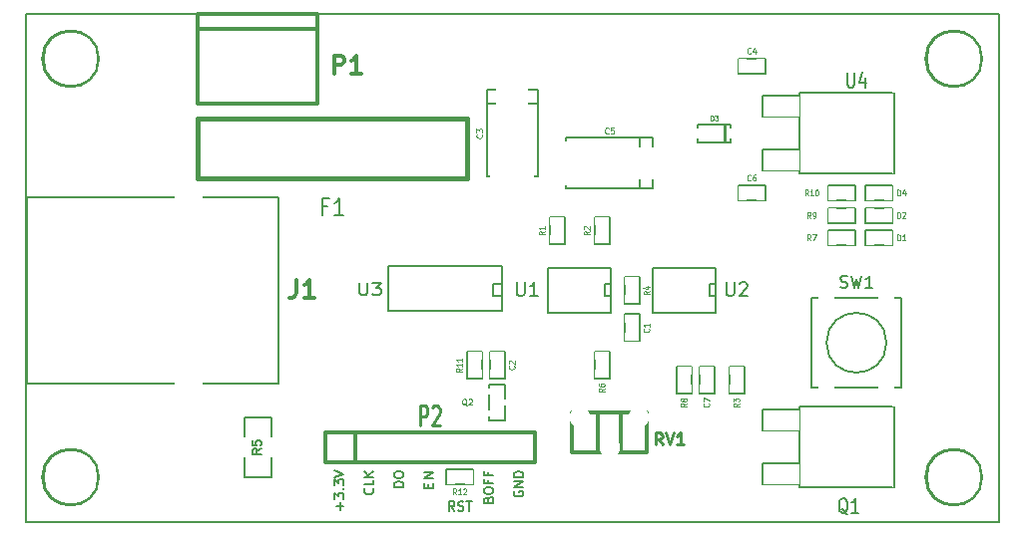
<source format=gto>
G04 (created by PCBNEW (2013-may-18)-stable) date Thu 01 May 2014 09:06:19 PM CEST*
%MOIN*%
G04 Gerber Fmt 3.4, Leading zero omitted, Abs format*
%FSLAX34Y34*%
G01*
G70*
G90*
G04 APERTURE LIST*
%ADD10C,0.00590551*%
%ADD11C,0.00787402*%
%ADD12C,0.0118*%
%ADD13C,0.005*%
%ADD14C,0.015*%
%ADD15C,0.012*%
%ADD16C,0.008*%
%ADD17C,0.00984252*%
%ADD18C,0.0039*%
%ADD19C,0.006*%
%ADD20C,0.0045*%
%ADD21C,0.0047*%
%ADD22C,0.0107*%
%ADD23C,0.0689*%
%ADD24C,0.055*%
%ADD25R,0.0394X0.0236*%
%ADD26R,0.0335X0.0335*%
%ADD27R,0.0236X0.0551*%
%ADD28R,0.08X0.06*%
%ADD29R,0.025X0.045*%
%ADD30R,0.045X0.025*%
%ADD31C,0.1437*%
%ADD32R,0.0591X0.0591*%
%ADD33C,0.0591*%
%ADD34C,0.0984252*%
%ADD35C,0.1575*%
%ADD36R,0.12X0.065*%
%ADD37R,0.24X0.24*%
%ADD38R,0.1004X0.1063*%
%ADD39R,0.1004X0.1496*%
%ADD40R,0.1063X0.1004*%
%ADD41R,0.1496X0.1004*%
%ADD42R,0.1X0.1*%
%ADD43C,0.1*%
%ADD44R,0.02X0.045*%
%ADD45R,0.055X0.055*%
%ADD46C,0.177165*%
G04 APERTURE END LIST*
G54D10*
G54D11*
X46750Y-17500D02*
X46750Y-34500D01*
X79250Y-17500D02*
X46750Y-17500D01*
X79250Y-34500D02*
X79250Y-17500D01*
X46750Y-34500D02*
X79250Y-34500D01*
X63077Y-33469D02*
X63062Y-33499D01*
X63062Y-33544D01*
X63077Y-33589D01*
X63107Y-33619D01*
X63137Y-33634D01*
X63197Y-33649D01*
X63242Y-33649D01*
X63302Y-33634D01*
X63332Y-33619D01*
X63362Y-33589D01*
X63377Y-33544D01*
X63377Y-33514D01*
X63362Y-33469D01*
X63347Y-33454D01*
X63242Y-33454D01*
X63242Y-33514D01*
X63377Y-33319D02*
X63062Y-33319D01*
X63377Y-33139D01*
X63062Y-33139D01*
X63377Y-32989D02*
X63062Y-32989D01*
X63062Y-32914D01*
X63077Y-32869D01*
X63107Y-32839D01*
X63137Y-32824D01*
X63197Y-32809D01*
X63242Y-32809D01*
X63302Y-32824D01*
X63332Y-32839D01*
X63362Y-32869D01*
X63377Y-32914D01*
X63377Y-32989D01*
X62212Y-33754D02*
X62227Y-33709D01*
X62242Y-33694D01*
X62272Y-33679D01*
X62317Y-33679D01*
X62347Y-33694D01*
X62362Y-33709D01*
X62377Y-33739D01*
X62377Y-33859D01*
X62062Y-33859D01*
X62062Y-33754D01*
X62077Y-33724D01*
X62092Y-33709D01*
X62122Y-33694D01*
X62152Y-33694D01*
X62182Y-33709D01*
X62197Y-33724D01*
X62212Y-33754D01*
X62212Y-33859D01*
X62062Y-33484D02*
X62062Y-33424D01*
X62077Y-33394D01*
X62107Y-33364D01*
X62167Y-33349D01*
X62272Y-33349D01*
X62332Y-33364D01*
X62362Y-33394D01*
X62377Y-33424D01*
X62377Y-33484D01*
X62362Y-33514D01*
X62332Y-33544D01*
X62272Y-33559D01*
X62167Y-33559D01*
X62107Y-33544D01*
X62077Y-33514D01*
X62062Y-33484D01*
X62212Y-33109D02*
X62212Y-33214D01*
X62377Y-33214D02*
X62062Y-33214D01*
X62062Y-33064D01*
X62212Y-32839D02*
X62212Y-32944D01*
X62377Y-32944D02*
X62062Y-32944D01*
X62062Y-32794D01*
X61077Y-34127D02*
X60972Y-33977D01*
X60897Y-34127D02*
X60897Y-33812D01*
X61017Y-33812D01*
X61047Y-33827D01*
X61062Y-33842D01*
X61077Y-33872D01*
X61077Y-33917D01*
X61062Y-33947D01*
X61047Y-33962D01*
X61017Y-33977D01*
X60897Y-33977D01*
X61197Y-34112D02*
X61242Y-34127D01*
X61317Y-34127D01*
X61347Y-34112D01*
X61362Y-34097D01*
X61377Y-34067D01*
X61377Y-34037D01*
X61362Y-34007D01*
X61347Y-33992D01*
X61317Y-33977D01*
X61257Y-33962D01*
X61227Y-33947D01*
X61212Y-33932D01*
X61197Y-33902D01*
X61197Y-33872D01*
X61212Y-33842D01*
X61227Y-33827D01*
X61257Y-33812D01*
X61332Y-33812D01*
X61377Y-33827D01*
X61467Y-33812D02*
X61647Y-33812D01*
X61557Y-34127D02*
X61557Y-33812D01*
X60212Y-33357D02*
X60212Y-33239D01*
X60377Y-33188D02*
X60377Y-33357D01*
X60062Y-33357D01*
X60062Y-33188D01*
X60377Y-33036D02*
X60062Y-33036D01*
X60377Y-32834D01*
X60062Y-32834D01*
X59377Y-33319D02*
X59062Y-33319D01*
X59062Y-33244D01*
X59077Y-33199D01*
X59107Y-33169D01*
X59137Y-33154D01*
X59197Y-33139D01*
X59242Y-33139D01*
X59302Y-33154D01*
X59332Y-33169D01*
X59362Y-33199D01*
X59377Y-33244D01*
X59377Y-33319D01*
X59062Y-32944D02*
X59062Y-32884D01*
X59077Y-32854D01*
X59107Y-32824D01*
X59167Y-32809D01*
X59272Y-32809D01*
X59332Y-32824D01*
X59362Y-32854D01*
X59377Y-32884D01*
X59377Y-32944D01*
X59362Y-32974D01*
X59332Y-33004D01*
X59272Y-33019D01*
X59167Y-33019D01*
X59107Y-33004D01*
X59077Y-32974D01*
X59062Y-32944D01*
X58347Y-33379D02*
X58362Y-33394D01*
X58377Y-33439D01*
X58377Y-33469D01*
X58362Y-33514D01*
X58332Y-33544D01*
X58302Y-33559D01*
X58242Y-33574D01*
X58197Y-33574D01*
X58137Y-33559D01*
X58107Y-33544D01*
X58077Y-33514D01*
X58062Y-33469D01*
X58062Y-33439D01*
X58077Y-33394D01*
X58092Y-33379D01*
X58377Y-33094D02*
X58377Y-33244D01*
X58062Y-33244D01*
X58377Y-32989D02*
X58062Y-32989D01*
X58377Y-32809D02*
X58197Y-32944D01*
X58062Y-32809D02*
X58242Y-32989D01*
X57257Y-34084D02*
X57257Y-33844D01*
X57377Y-33964D02*
X57137Y-33964D01*
X57062Y-33724D02*
X57062Y-33529D01*
X57182Y-33634D01*
X57182Y-33589D01*
X57197Y-33559D01*
X57212Y-33544D01*
X57242Y-33529D01*
X57317Y-33529D01*
X57347Y-33544D01*
X57362Y-33559D01*
X57377Y-33589D01*
X57377Y-33679D01*
X57362Y-33709D01*
X57347Y-33724D01*
X57347Y-33394D02*
X57362Y-33379D01*
X57377Y-33394D01*
X57362Y-33409D01*
X57347Y-33394D01*
X57377Y-33394D01*
X57062Y-33274D02*
X57062Y-33079D01*
X57182Y-33184D01*
X57182Y-33139D01*
X57197Y-33109D01*
X57212Y-33094D01*
X57242Y-33079D01*
X57317Y-33079D01*
X57347Y-33094D01*
X57362Y-33109D01*
X57377Y-33139D01*
X57377Y-33229D01*
X57362Y-33259D01*
X57347Y-33274D01*
X57062Y-32989D02*
X57377Y-32884D01*
X57062Y-32779D01*
G54D12*
X66644Y-30831D02*
X66644Y-32169D01*
X65856Y-30831D02*
X65856Y-32169D01*
X64990Y-32169D02*
X64990Y-30831D01*
X64990Y-30831D02*
X67510Y-30831D01*
X67510Y-30831D02*
X67510Y-32169D01*
X67510Y-32169D02*
X64990Y-32169D01*
G54D13*
X75500Y-28500D02*
G75*
G03X75500Y-28500I-1000J0D01*
G74*
G01*
X73000Y-30000D02*
X73000Y-27000D01*
X73000Y-27000D02*
X76000Y-27000D01*
X76000Y-27000D02*
X76000Y-30000D01*
X73000Y-30000D02*
X76000Y-30000D01*
X62225Y-30875D02*
X61965Y-30875D01*
X62225Y-30125D02*
X61965Y-30125D01*
X62775Y-30500D02*
X63035Y-30500D01*
X62775Y-29910D02*
X62775Y-31090D01*
X62775Y-31090D02*
X62225Y-31090D01*
X62225Y-31090D02*
X62225Y-29910D01*
X62225Y-29910D02*
X62775Y-29910D01*
X70104Y-21815D02*
X70104Y-21185D01*
X70144Y-21185D02*
X70144Y-21815D01*
X69199Y-21185D02*
X70301Y-21185D01*
X70301Y-21185D02*
X70301Y-21815D01*
X70301Y-21815D02*
X69199Y-21815D01*
X69199Y-21815D02*
X69199Y-21185D01*
X69800Y-26050D02*
X69800Y-26000D01*
X69800Y-26000D02*
X67700Y-26000D01*
X67700Y-27500D02*
X69800Y-27500D01*
X69800Y-27500D02*
X69800Y-26050D01*
X69800Y-26950D02*
X69600Y-26950D01*
X69600Y-26950D02*
X69600Y-26550D01*
X69600Y-26550D02*
X69800Y-26550D01*
X67700Y-27500D02*
X67700Y-26000D01*
X66300Y-26050D02*
X66300Y-26000D01*
X66300Y-26000D02*
X64200Y-26000D01*
X64200Y-27500D02*
X66300Y-27500D01*
X66300Y-27500D02*
X66300Y-26050D01*
X66300Y-26950D02*
X66100Y-26950D01*
X66100Y-26950D02*
X66100Y-26550D01*
X66100Y-26550D02*
X66300Y-26550D01*
X64200Y-27500D02*
X64200Y-26000D01*
X54950Y-31000D02*
X54050Y-31000D01*
X54050Y-31000D02*
X54050Y-31650D01*
X54950Y-32350D02*
X54950Y-33000D01*
X54950Y-33000D02*
X54050Y-33000D01*
X54050Y-33000D02*
X54050Y-32350D01*
X54950Y-31650D02*
X54950Y-31000D01*
X74800Y-24750D02*
X75700Y-24750D01*
X75700Y-24750D02*
X75700Y-25250D01*
X75700Y-25250D02*
X74800Y-25250D01*
X74800Y-25250D02*
X74800Y-24750D01*
X69000Y-29300D02*
X69000Y-30200D01*
X69000Y-30200D02*
X68500Y-30200D01*
X68500Y-30200D02*
X68500Y-29300D01*
X68500Y-29300D02*
X69000Y-29300D01*
X66250Y-28800D02*
X66250Y-29700D01*
X66250Y-29700D02*
X65750Y-29700D01*
X65750Y-29700D02*
X65750Y-28800D01*
X65750Y-28800D02*
X66250Y-28800D01*
X70750Y-29300D02*
X70750Y-30200D01*
X70750Y-30200D02*
X70250Y-30200D01*
X70250Y-30200D02*
X70250Y-29300D01*
X70250Y-29300D02*
X70750Y-29300D01*
X73550Y-24750D02*
X74450Y-24750D01*
X74450Y-24750D02*
X74450Y-25250D01*
X74450Y-25250D02*
X73550Y-25250D01*
X73550Y-25250D02*
X73550Y-24750D01*
X66250Y-24300D02*
X66250Y-25200D01*
X66250Y-25200D02*
X65750Y-25200D01*
X65750Y-25200D02*
X65750Y-24300D01*
X65750Y-24300D02*
X66250Y-24300D01*
X62750Y-28800D02*
X62750Y-29700D01*
X62750Y-29700D02*
X62250Y-29700D01*
X62250Y-29700D02*
X62250Y-28800D01*
X62250Y-28800D02*
X62750Y-28800D01*
X67250Y-26300D02*
X67250Y-27200D01*
X67250Y-27200D02*
X66750Y-27200D01*
X66750Y-27200D02*
X66750Y-26300D01*
X66750Y-26300D02*
X67250Y-26300D01*
X67250Y-27550D02*
X67250Y-28450D01*
X67250Y-28450D02*
X66750Y-28450D01*
X66750Y-28450D02*
X66750Y-27550D01*
X66750Y-27550D02*
X67250Y-27550D01*
X69750Y-29300D02*
X69750Y-30200D01*
X69750Y-30200D02*
X69250Y-30200D01*
X69250Y-30200D02*
X69250Y-29300D01*
X69250Y-29300D02*
X69750Y-29300D01*
X60800Y-32750D02*
X61700Y-32750D01*
X61700Y-32750D02*
X61700Y-33250D01*
X61700Y-33250D02*
X60800Y-33250D01*
X60800Y-33250D02*
X60800Y-32750D01*
X62000Y-28800D02*
X62000Y-29700D01*
X62000Y-29700D02*
X61500Y-29700D01*
X61500Y-29700D02*
X61500Y-28800D01*
X61500Y-28800D02*
X62000Y-28800D01*
X71450Y-19500D02*
X70550Y-19500D01*
X70550Y-19500D02*
X70550Y-19000D01*
X70550Y-19000D02*
X71450Y-19000D01*
X71450Y-19000D02*
X71450Y-19500D01*
X64750Y-24300D02*
X64750Y-25200D01*
X64750Y-25200D02*
X64250Y-25200D01*
X64250Y-25200D02*
X64250Y-24300D01*
X64250Y-24300D02*
X64750Y-24300D01*
X74800Y-24000D02*
X75700Y-24000D01*
X75700Y-24000D02*
X75700Y-24500D01*
X75700Y-24500D02*
X74800Y-24500D01*
X74800Y-24500D02*
X74800Y-24000D01*
X73550Y-24000D02*
X74450Y-24000D01*
X74450Y-24000D02*
X74450Y-24500D01*
X74450Y-24500D02*
X73550Y-24500D01*
X73550Y-24500D02*
X73550Y-24000D01*
X74800Y-23250D02*
X75700Y-23250D01*
X75700Y-23250D02*
X75700Y-23750D01*
X75700Y-23750D02*
X74800Y-23750D01*
X74800Y-23750D02*
X74800Y-23250D01*
X73550Y-23250D02*
X74450Y-23250D01*
X74450Y-23250D02*
X74450Y-23750D01*
X74450Y-23750D02*
X73550Y-23750D01*
X73550Y-23750D02*
X73550Y-23250D01*
X71450Y-23750D02*
X70550Y-23750D01*
X70550Y-23750D02*
X70550Y-23250D01*
X70550Y-23250D02*
X71450Y-23250D01*
X71450Y-23250D02*
X71450Y-23750D01*
X46787Y-23624D02*
X46787Y-29875D01*
X46787Y-29875D02*
X55212Y-29875D01*
X55212Y-29875D02*
X55212Y-23624D01*
X55212Y-23624D02*
X46787Y-23624D01*
G54D14*
X61000Y-23000D02*
X61500Y-23000D01*
X61500Y-23000D02*
X61500Y-21000D01*
X52500Y-21000D02*
X61500Y-21000D01*
X61000Y-23000D02*
X52500Y-23000D01*
X52500Y-23000D02*
X52500Y-21000D01*
G54D13*
X72600Y-22050D02*
X71350Y-22050D01*
X71350Y-22050D02*
X71350Y-22750D01*
X71350Y-22750D02*
X72600Y-22750D01*
X72600Y-20250D02*
X71350Y-20250D01*
X71350Y-20250D02*
X71350Y-20950D01*
X71350Y-20950D02*
X72600Y-20950D01*
X75000Y-22850D02*
X72600Y-22850D01*
X72600Y-22850D02*
X72600Y-20150D01*
X72600Y-20150D02*
X75700Y-20150D01*
X75750Y-20150D02*
X75750Y-22850D01*
X75700Y-22850D02*
X75000Y-22850D01*
X67250Y-21650D02*
X67250Y-23350D01*
X64800Y-21650D02*
X64800Y-23350D01*
X64800Y-23350D02*
X67700Y-23350D01*
X67700Y-23350D02*
X67700Y-21650D01*
X67700Y-21650D02*
X64800Y-21650D01*
X62150Y-20500D02*
X63850Y-20500D01*
X62150Y-22950D02*
X63850Y-22950D01*
X63850Y-22950D02*
X63850Y-20050D01*
X63850Y-20050D02*
X62150Y-20050D01*
X62150Y-20050D02*
X62150Y-22950D01*
G54D15*
X52500Y-18000D02*
X56500Y-18000D01*
X52500Y-17500D02*
X52500Y-20500D01*
X52500Y-20500D02*
X56500Y-20500D01*
X56500Y-20500D02*
X56500Y-17500D01*
X56500Y-17500D02*
X52500Y-17500D01*
G54D16*
X62650Y-27450D02*
X58850Y-27450D01*
X58850Y-27450D02*
X58850Y-25950D01*
X58850Y-25950D02*
X62650Y-25950D01*
X62650Y-25950D02*
X62650Y-27450D01*
X62650Y-26950D02*
X62350Y-26950D01*
X62350Y-26950D02*
X62350Y-26550D01*
X62350Y-26550D02*
X62650Y-26550D01*
G54D13*
X72600Y-32550D02*
X71350Y-32550D01*
X71350Y-32550D02*
X71350Y-33250D01*
X71350Y-33250D02*
X72600Y-33250D01*
X72600Y-30750D02*
X71350Y-30750D01*
X71350Y-30750D02*
X71350Y-31450D01*
X71350Y-31450D02*
X72600Y-31450D01*
X75000Y-33350D02*
X72600Y-33350D01*
X72600Y-33350D02*
X72600Y-30650D01*
X72600Y-30650D02*
X75700Y-30650D01*
X75750Y-30650D02*
X75750Y-33350D01*
X75700Y-33350D02*
X75000Y-33350D01*
G54D15*
X56750Y-31500D02*
X56750Y-31500D01*
X56750Y-31500D02*
X63750Y-31500D01*
X63750Y-31500D02*
X63750Y-32500D01*
X63750Y-32500D02*
X56750Y-32500D01*
X56750Y-32500D02*
X56750Y-31500D01*
X57750Y-32500D02*
X57750Y-32500D01*
X57750Y-32500D02*
X57750Y-31500D01*
G54D14*
X49150Y-19000D02*
G75*
G03X49150Y-19000I-900J0D01*
G74*
G01*
X78650Y-19000D02*
G75*
G03X78650Y-19000I-900J0D01*
G74*
G01*
X78650Y-33000D02*
G75*
G03X78650Y-33000I-900J0D01*
G74*
G01*
X49150Y-33000D02*
G75*
G03X49150Y-33000I-900J0D01*
G74*
G01*
G54D17*
X68015Y-31909D02*
X67884Y-31721D01*
X67790Y-31909D02*
X67790Y-31515D01*
X67940Y-31515D01*
X67978Y-31534D01*
X67996Y-31553D01*
X68015Y-31590D01*
X68015Y-31646D01*
X67996Y-31684D01*
X67978Y-31703D01*
X67940Y-31721D01*
X67790Y-31721D01*
X68128Y-31515D02*
X68259Y-31909D01*
X68390Y-31515D01*
X68728Y-31909D02*
X68503Y-31909D01*
X68615Y-31909D02*
X68615Y-31515D01*
X68578Y-31571D01*
X68540Y-31609D01*
X68503Y-31628D01*
G54D16*
X73966Y-26642D02*
X74023Y-26661D01*
X74119Y-26661D01*
X74157Y-26642D01*
X74176Y-26623D01*
X74195Y-26585D01*
X74195Y-26547D01*
X74176Y-26509D01*
X74157Y-26490D01*
X74119Y-26471D01*
X74042Y-26452D01*
X74004Y-26433D01*
X73985Y-26414D01*
X73966Y-26376D01*
X73966Y-26338D01*
X73985Y-26300D01*
X74004Y-26280D01*
X74042Y-26261D01*
X74138Y-26261D01*
X74195Y-26280D01*
X74328Y-26261D02*
X74423Y-26661D01*
X74500Y-26376D01*
X74576Y-26661D01*
X74671Y-26261D01*
X75033Y-26661D02*
X74804Y-26661D01*
X74919Y-26661D02*
X74919Y-26261D01*
X74880Y-26319D01*
X74842Y-26357D01*
X74804Y-26376D01*
G54D18*
X61481Y-30598D02*
X61462Y-30589D01*
X61443Y-30570D01*
X61415Y-30542D01*
X61396Y-30532D01*
X61378Y-30532D01*
X61387Y-30579D02*
X61368Y-30570D01*
X61349Y-30551D01*
X61340Y-30514D01*
X61340Y-30448D01*
X61349Y-30410D01*
X61368Y-30392D01*
X61387Y-30382D01*
X61424Y-30382D01*
X61443Y-30392D01*
X61462Y-30410D01*
X61471Y-30448D01*
X61471Y-30514D01*
X61462Y-30551D01*
X61443Y-30570D01*
X61424Y-30579D01*
X61387Y-30579D01*
X61546Y-30401D02*
X61556Y-30392D01*
X61575Y-30382D01*
X61621Y-30382D01*
X61640Y-30392D01*
X61650Y-30401D01*
X61659Y-30420D01*
X61659Y-30439D01*
X61650Y-30467D01*
X61537Y-30579D01*
X61659Y-30579D01*
X69634Y-21063D02*
X69634Y-20906D01*
X69671Y-20906D01*
X69693Y-20914D01*
X69708Y-20928D01*
X69716Y-20943D01*
X69723Y-20973D01*
X69723Y-20996D01*
X69716Y-21026D01*
X69708Y-21041D01*
X69693Y-21056D01*
X69671Y-21063D01*
X69634Y-21063D01*
X69776Y-20906D02*
X69873Y-20906D01*
X69821Y-20966D01*
X69843Y-20966D01*
X69858Y-20973D01*
X69865Y-20981D01*
X69873Y-20996D01*
X69873Y-21033D01*
X69865Y-21048D01*
X69858Y-21056D01*
X69843Y-21063D01*
X69798Y-21063D01*
X69783Y-21056D01*
X69776Y-21048D01*
G54D19*
X70157Y-26482D02*
X70157Y-26846D01*
X70178Y-26889D01*
X70200Y-26910D01*
X70242Y-26932D01*
X70328Y-26932D01*
X70371Y-26910D01*
X70392Y-26889D01*
X70414Y-26846D01*
X70414Y-26482D01*
X70607Y-26525D02*
X70628Y-26503D01*
X70671Y-26482D01*
X70778Y-26482D01*
X70821Y-26503D01*
X70842Y-26525D01*
X70864Y-26567D01*
X70864Y-26610D01*
X70842Y-26675D01*
X70585Y-26932D01*
X70864Y-26932D01*
X63157Y-26482D02*
X63157Y-26846D01*
X63178Y-26889D01*
X63200Y-26910D01*
X63242Y-26932D01*
X63328Y-26932D01*
X63371Y-26910D01*
X63392Y-26889D01*
X63414Y-26846D01*
X63414Y-26482D01*
X63864Y-26932D02*
X63607Y-26932D01*
X63735Y-26932D02*
X63735Y-26482D01*
X63692Y-26546D01*
X63650Y-26589D01*
X63607Y-26610D01*
G54D13*
X54621Y-32050D02*
X54478Y-32150D01*
X54621Y-32221D02*
X54321Y-32221D01*
X54321Y-32107D01*
X54335Y-32078D01*
X54350Y-32064D01*
X54378Y-32050D01*
X54421Y-32050D01*
X54450Y-32064D01*
X54464Y-32078D01*
X54478Y-32107D01*
X54478Y-32221D01*
X54321Y-31778D02*
X54321Y-31921D01*
X54464Y-31935D01*
X54450Y-31921D01*
X54435Y-31892D01*
X54435Y-31821D01*
X54450Y-31792D01*
X54464Y-31778D01*
X54492Y-31764D01*
X54564Y-31764D01*
X54592Y-31778D01*
X54607Y-31792D01*
X54621Y-31821D01*
X54621Y-31892D01*
X54607Y-31921D01*
X54592Y-31935D01*
G54D20*
X75867Y-25080D02*
X75867Y-24880D01*
X75910Y-24880D01*
X75935Y-24890D01*
X75952Y-24909D01*
X75961Y-24928D01*
X75970Y-24966D01*
X75970Y-24995D01*
X75961Y-25033D01*
X75952Y-25052D01*
X75935Y-25071D01*
X75910Y-25080D01*
X75867Y-25080D01*
X76141Y-25080D02*
X76038Y-25080D01*
X76090Y-25080D02*
X76090Y-24880D01*
X76072Y-24909D01*
X76055Y-24928D01*
X76038Y-24938D01*
X68830Y-30530D02*
X68735Y-30590D01*
X68830Y-30632D02*
X68630Y-30632D01*
X68630Y-30564D01*
X68640Y-30547D01*
X68650Y-30538D01*
X68669Y-30530D01*
X68697Y-30530D01*
X68716Y-30538D01*
X68726Y-30547D01*
X68735Y-30564D01*
X68735Y-30632D01*
X68716Y-30427D02*
X68707Y-30444D01*
X68697Y-30452D01*
X68678Y-30461D01*
X68669Y-30461D01*
X68650Y-30452D01*
X68640Y-30444D01*
X68630Y-30427D01*
X68630Y-30392D01*
X68640Y-30375D01*
X68650Y-30367D01*
X68669Y-30358D01*
X68678Y-30358D01*
X68697Y-30367D01*
X68707Y-30375D01*
X68716Y-30392D01*
X68716Y-30427D01*
X68726Y-30444D01*
X68735Y-30452D01*
X68754Y-30461D01*
X68792Y-30461D01*
X68811Y-30452D01*
X68821Y-30444D01*
X68830Y-30427D01*
X68830Y-30392D01*
X68821Y-30375D01*
X68811Y-30367D01*
X68792Y-30358D01*
X68754Y-30358D01*
X68735Y-30367D01*
X68726Y-30375D01*
X68716Y-30392D01*
X66080Y-30030D02*
X65985Y-30090D01*
X66080Y-30132D02*
X65880Y-30132D01*
X65880Y-30064D01*
X65890Y-30047D01*
X65900Y-30038D01*
X65919Y-30030D01*
X65947Y-30030D01*
X65966Y-30038D01*
X65976Y-30047D01*
X65985Y-30064D01*
X65985Y-30132D01*
X65880Y-29875D02*
X65880Y-29910D01*
X65890Y-29927D01*
X65900Y-29935D01*
X65928Y-29952D01*
X65966Y-29961D01*
X66042Y-29961D01*
X66061Y-29952D01*
X66071Y-29944D01*
X66080Y-29927D01*
X66080Y-29892D01*
X66071Y-29875D01*
X66061Y-29867D01*
X66042Y-29858D01*
X65995Y-29858D01*
X65976Y-29867D01*
X65966Y-29875D01*
X65957Y-29892D01*
X65957Y-29927D01*
X65966Y-29944D01*
X65976Y-29952D01*
X65995Y-29961D01*
X70580Y-30530D02*
X70485Y-30590D01*
X70580Y-30632D02*
X70380Y-30632D01*
X70380Y-30564D01*
X70390Y-30547D01*
X70400Y-30538D01*
X70419Y-30530D01*
X70447Y-30530D01*
X70466Y-30538D01*
X70476Y-30547D01*
X70485Y-30564D01*
X70485Y-30632D01*
X70380Y-30470D02*
X70380Y-30358D01*
X70457Y-30418D01*
X70457Y-30392D01*
X70466Y-30375D01*
X70476Y-30367D01*
X70495Y-30358D01*
X70542Y-30358D01*
X70561Y-30367D01*
X70571Y-30375D01*
X70580Y-30392D01*
X70580Y-30444D01*
X70571Y-30461D01*
X70561Y-30470D01*
X72970Y-25080D02*
X72910Y-24985D01*
X72867Y-25080D02*
X72867Y-24880D01*
X72935Y-24880D01*
X72952Y-24890D01*
X72961Y-24900D01*
X72970Y-24919D01*
X72970Y-24947D01*
X72961Y-24966D01*
X72952Y-24976D01*
X72935Y-24985D01*
X72867Y-24985D01*
X73030Y-24880D02*
X73150Y-24880D01*
X73072Y-25080D01*
X65580Y-24780D02*
X65485Y-24840D01*
X65580Y-24882D02*
X65380Y-24882D01*
X65380Y-24814D01*
X65390Y-24797D01*
X65400Y-24788D01*
X65419Y-24780D01*
X65447Y-24780D01*
X65466Y-24788D01*
X65476Y-24797D01*
X65485Y-24814D01*
X65485Y-24882D01*
X65400Y-24711D02*
X65390Y-24702D01*
X65380Y-24685D01*
X65380Y-24642D01*
X65390Y-24625D01*
X65400Y-24617D01*
X65419Y-24608D01*
X65438Y-24608D01*
X65466Y-24617D01*
X65580Y-24720D01*
X65580Y-24608D01*
X63061Y-29280D02*
X63071Y-29288D01*
X63080Y-29314D01*
X63080Y-29331D01*
X63071Y-29357D01*
X63052Y-29374D01*
X63033Y-29382D01*
X62995Y-29391D01*
X62966Y-29391D01*
X62928Y-29382D01*
X62909Y-29374D01*
X62890Y-29357D01*
X62880Y-29331D01*
X62880Y-29314D01*
X62890Y-29288D01*
X62900Y-29280D01*
X62900Y-29211D02*
X62890Y-29202D01*
X62880Y-29185D01*
X62880Y-29142D01*
X62890Y-29125D01*
X62900Y-29117D01*
X62919Y-29108D01*
X62938Y-29108D01*
X62966Y-29117D01*
X63080Y-29220D01*
X63080Y-29108D01*
X67580Y-26780D02*
X67485Y-26840D01*
X67580Y-26882D02*
X67380Y-26882D01*
X67380Y-26814D01*
X67390Y-26797D01*
X67400Y-26788D01*
X67419Y-26780D01*
X67447Y-26780D01*
X67466Y-26788D01*
X67476Y-26797D01*
X67485Y-26814D01*
X67485Y-26882D01*
X67447Y-26625D02*
X67580Y-26625D01*
X67371Y-26668D02*
X67514Y-26711D01*
X67514Y-26600D01*
X67561Y-28030D02*
X67571Y-28038D01*
X67580Y-28064D01*
X67580Y-28081D01*
X67571Y-28107D01*
X67552Y-28124D01*
X67533Y-28132D01*
X67495Y-28141D01*
X67466Y-28141D01*
X67428Y-28132D01*
X67409Y-28124D01*
X67390Y-28107D01*
X67380Y-28081D01*
X67380Y-28064D01*
X67390Y-28038D01*
X67400Y-28030D01*
X67580Y-27858D02*
X67580Y-27961D01*
X67580Y-27910D02*
X67380Y-27910D01*
X67409Y-27927D01*
X67428Y-27944D01*
X67438Y-27961D01*
X69561Y-30530D02*
X69571Y-30538D01*
X69580Y-30564D01*
X69580Y-30581D01*
X69571Y-30607D01*
X69552Y-30624D01*
X69533Y-30632D01*
X69495Y-30641D01*
X69466Y-30641D01*
X69428Y-30632D01*
X69409Y-30624D01*
X69390Y-30607D01*
X69380Y-30581D01*
X69380Y-30564D01*
X69390Y-30538D01*
X69400Y-30530D01*
X69380Y-30470D02*
X69380Y-30350D01*
X69580Y-30427D01*
X61134Y-33580D02*
X61074Y-33485D01*
X61031Y-33580D02*
X61031Y-33380D01*
X61100Y-33380D01*
X61117Y-33390D01*
X61125Y-33400D01*
X61134Y-33419D01*
X61134Y-33447D01*
X61125Y-33466D01*
X61117Y-33476D01*
X61100Y-33485D01*
X61031Y-33485D01*
X61305Y-33580D02*
X61202Y-33580D01*
X61254Y-33580D02*
X61254Y-33380D01*
X61237Y-33409D01*
X61220Y-33428D01*
X61202Y-33438D01*
X61374Y-33400D02*
X61382Y-33390D01*
X61400Y-33380D01*
X61442Y-33380D01*
X61460Y-33390D01*
X61468Y-33400D01*
X61477Y-33419D01*
X61477Y-33438D01*
X61468Y-33466D01*
X61365Y-33580D01*
X61477Y-33580D01*
X61330Y-29365D02*
X61235Y-29425D01*
X61330Y-29468D02*
X61130Y-29468D01*
X61130Y-29400D01*
X61140Y-29382D01*
X61150Y-29374D01*
X61169Y-29365D01*
X61197Y-29365D01*
X61216Y-29374D01*
X61226Y-29382D01*
X61235Y-29400D01*
X61235Y-29468D01*
X61330Y-29194D02*
X61330Y-29297D01*
X61330Y-29245D02*
X61130Y-29245D01*
X61159Y-29262D01*
X61178Y-29280D01*
X61188Y-29297D01*
X61330Y-29022D02*
X61330Y-29125D01*
X61330Y-29074D02*
X61130Y-29074D01*
X61159Y-29091D01*
X61178Y-29108D01*
X61188Y-29125D01*
X70970Y-18811D02*
X70961Y-18821D01*
X70935Y-18830D01*
X70918Y-18830D01*
X70892Y-18821D01*
X70875Y-18802D01*
X70867Y-18783D01*
X70858Y-18745D01*
X70858Y-18716D01*
X70867Y-18678D01*
X70875Y-18659D01*
X70892Y-18640D01*
X70918Y-18630D01*
X70935Y-18630D01*
X70961Y-18640D01*
X70970Y-18650D01*
X71124Y-18697D02*
X71124Y-18830D01*
X71081Y-18621D02*
X71038Y-18764D01*
X71150Y-18764D01*
X64080Y-24780D02*
X63985Y-24840D01*
X64080Y-24882D02*
X63880Y-24882D01*
X63880Y-24814D01*
X63890Y-24797D01*
X63900Y-24788D01*
X63919Y-24780D01*
X63947Y-24780D01*
X63966Y-24788D01*
X63976Y-24797D01*
X63985Y-24814D01*
X63985Y-24882D01*
X64080Y-24608D02*
X64080Y-24711D01*
X64080Y-24660D02*
X63880Y-24660D01*
X63909Y-24677D01*
X63928Y-24694D01*
X63938Y-24711D01*
X75867Y-24330D02*
X75867Y-24130D01*
X75910Y-24130D01*
X75935Y-24140D01*
X75952Y-24159D01*
X75961Y-24178D01*
X75970Y-24216D01*
X75970Y-24245D01*
X75961Y-24283D01*
X75952Y-24302D01*
X75935Y-24321D01*
X75910Y-24330D01*
X75867Y-24330D01*
X76038Y-24150D02*
X76047Y-24140D01*
X76064Y-24130D01*
X76107Y-24130D01*
X76124Y-24140D01*
X76132Y-24150D01*
X76141Y-24169D01*
X76141Y-24188D01*
X76132Y-24216D01*
X76030Y-24330D01*
X76141Y-24330D01*
X72970Y-24330D02*
X72910Y-24235D01*
X72867Y-24330D02*
X72867Y-24130D01*
X72935Y-24130D01*
X72952Y-24140D01*
X72961Y-24150D01*
X72970Y-24169D01*
X72970Y-24197D01*
X72961Y-24216D01*
X72952Y-24226D01*
X72935Y-24235D01*
X72867Y-24235D01*
X73055Y-24330D02*
X73090Y-24330D01*
X73107Y-24321D01*
X73115Y-24311D01*
X73132Y-24283D01*
X73141Y-24245D01*
X73141Y-24169D01*
X73132Y-24150D01*
X73124Y-24140D01*
X73107Y-24130D01*
X73072Y-24130D01*
X73055Y-24140D01*
X73047Y-24150D01*
X73038Y-24169D01*
X73038Y-24216D01*
X73047Y-24235D01*
X73055Y-24245D01*
X73072Y-24254D01*
X73107Y-24254D01*
X73124Y-24245D01*
X73132Y-24235D01*
X73141Y-24216D01*
X75867Y-23580D02*
X75867Y-23380D01*
X75910Y-23380D01*
X75935Y-23390D01*
X75952Y-23409D01*
X75961Y-23428D01*
X75970Y-23466D01*
X75970Y-23495D01*
X75961Y-23533D01*
X75952Y-23552D01*
X75935Y-23571D01*
X75910Y-23580D01*
X75867Y-23580D01*
X76124Y-23447D02*
X76124Y-23580D01*
X76081Y-23371D02*
X76038Y-23514D01*
X76150Y-23514D01*
X72884Y-23580D02*
X72824Y-23485D01*
X72781Y-23580D02*
X72781Y-23380D01*
X72850Y-23380D01*
X72867Y-23390D01*
X72875Y-23400D01*
X72884Y-23419D01*
X72884Y-23447D01*
X72875Y-23466D01*
X72867Y-23476D01*
X72850Y-23485D01*
X72781Y-23485D01*
X73055Y-23580D02*
X72952Y-23580D01*
X73004Y-23580D02*
X73004Y-23380D01*
X72987Y-23409D01*
X72970Y-23428D01*
X72952Y-23438D01*
X73167Y-23380D02*
X73184Y-23380D01*
X73201Y-23390D01*
X73210Y-23400D01*
X73218Y-23419D01*
X73227Y-23457D01*
X73227Y-23504D01*
X73218Y-23542D01*
X73210Y-23561D01*
X73201Y-23571D01*
X73184Y-23580D01*
X73167Y-23580D01*
X73150Y-23571D01*
X73141Y-23561D01*
X73132Y-23542D01*
X73124Y-23504D01*
X73124Y-23457D01*
X73132Y-23419D01*
X73141Y-23400D01*
X73150Y-23390D01*
X73167Y-23380D01*
X70970Y-23061D02*
X70961Y-23071D01*
X70935Y-23080D01*
X70918Y-23080D01*
X70892Y-23071D01*
X70875Y-23052D01*
X70867Y-23033D01*
X70858Y-22995D01*
X70858Y-22966D01*
X70867Y-22928D01*
X70875Y-22909D01*
X70892Y-22890D01*
X70918Y-22880D01*
X70935Y-22880D01*
X70961Y-22890D01*
X70970Y-22900D01*
X71124Y-22880D02*
X71090Y-22880D01*
X71072Y-22890D01*
X71064Y-22900D01*
X71047Y-22928D01*
X71038Y-22966D01*
X71038Y-23042D01*
X71047Y-23061D01*
X71055Y-23071D01*
X71072Y-23080D01*
X71107Y-23080D01*
X71124Y-23071D01*
X71132Y-23061D01*
X71141Y-23042D01*
X71141Y-22995D01*
X71132Y-22976D01*
X71124Y-22966D01*
X71107Y-22957D01*
X71072Y-22957D01*
X71055Y-22966D01*
X71047Y-22976D01*
X71038Y-22995D01*
G54D15*
X55800Y-26392D02*
X55800Y-26821D01*
X55771Y-26907D01*
X55714Y-26964D01*
X55628Y-26992D01*
X55571Y-26992D01*
X56400Y-26992D02*
X56057Y-26992D01*
X56228Y-26992D02*
X56228Y-26392D01*
X56171Y-26478D01*
X56114Y-26535D01*
X56057Y-26564D01*
G54D16*
X56833Y-23934D02*
X56666Y-23934D01*
X56666Y-24222D02*
X56666Y-23672D01*
X56904Y-23672D01*
X57357Y-24222D02*
X57071Y-24222D01*
X57214Y-24222D02*
X57214Y-23672D01*
X57166Y-23751D01*
X57119Y-23803D01*
X57071Y-23829D01*
X74195Y-19452D02*
X74195Y-19857D01*
X74214Y-19904D01*
X74233Y-19928D01*
X74271Y-19952D01*
X74347Y-19952D01*
X74385Y-19928D01*
X74404Y-19904D01*
X74423Y-19857D01*
X74423Y-19452D01*
X74785Y-19619D02*
X74785Y-19952D01*
X74690Y-19428D02*
X74595Y-19785D01*
X74842Y-19785D01*
G54D21*
X66217Y-21485D02*
X66207Y-21495D01*
X66179Y-21504D01*
X66160Y-21504D01*
X66132Y-21495D01*
X66113Y-21476D01*
X66104Y-21457D01*
X66095Y-21420D01*
X66095Y-21392D01*
X66104Y-21354D01*
X66113Y-21335D01*
X66132Y-21317D01*
X66160Y-21307D01*
X66179Y-21307D01*
X66207Y-21317D01*
X66217Y-21326D01*
X66395Y-21307D02*
X66301Y-21307D01*
X66292Y-21401D01*
X66301Y-21392D01*
X66320Y-21382D01*
X66367Y-21382D01*
X66386Y-21392D01*
X66395Y-21401D01*
X66404Y-21420D01*
X66404Y-21467D01*
X66395Y-21485D01*
X66386Y-21495D01*
X66367Y-21504D01*
X66320Y-21504D01*
X66301Y-21495D01*
X66292Y-21485D01*
X61985Y-21532D02*
X61995Y-21542D01*
X62004Y-21570D01*
X62004Y-21589D01*
X61995Y-21617D01*
X61976Y-21636D01*
X61957Y-21645D01*
X61920Y-21654D01*
X61892Y-21654D01*
X61854Y-21645D01*
X61835Y-21636D01*
X61817Y-21617D01*
X61807Y-21589D01*
X61807Y-21570D01*
X61817Y-21542D01*
X61826Y-21532D01*
X61807Y-21467D02*
X61807Y-21345D01*
X61882Y-21410D01*
X61882Y-21382D01*
X61892Y-21363D01*
X61901Y-21354D01*
X61920Y-21345D01*
X61967Y-21345D01*
X61985Y-21354D01*
X61995Y-21363D01*
X62004Y-21382D01*
X62004Y-21439D01*
X61995Y-21457D01*
X61985Y-21467D01*
G54D15*
X57057Y-19492D02*
X57057Y-18892D01*
X57285Y-18892D01*
X57342Y-18921D01*
X57371Y-18950D01*
X57400Y-19007D01*
X57400Y-19092D01*
X57371Y-19150D01*
X57342Y-19178D01*
X57285Y-19207D01*
X57057Y-19207D01*
X57971Y-19492D02*
X57628Y-19492D01*
X57800Y-19492D02*
X57800Y-18892D01*
X57742Y-18978D01*
X57685Y-19035D01*
X57628Y-19064D01*
G54D13*
X57907Y-26511D02*
X57907Y-26835D01*
X57928Y-26873D01*
X57950Y-26892D01*
X57992Y-26911D01*
X58078Y-26911D01*
X58121Y-26892D01*
X58142Y-26873D01*
X58164Y-26835D01*
X58164Y-26511D01*
X58335Y-26511D02*
X58614Y-26511D01*
X58464Y-26664D01*
X58528Y-26664D01*
X58571Y-26683D01*
X58592Y-26702D01*
X58614Y-26740D01*
X58614Y-26835D01*
X58592Y-26873D01*
X58571Y-26892D01*
X58528Y-26911D01*
X58400Y-26911D01*
X58357Y-26892D01*
X58335Y-26873D01*
G54D16*
X74211Y-34250D02*
X74173Y-34226D01*
X74135Y-34178D01*
X74078Y-34107D01*
X74040Y-34083D01*
X74002Y-34083D01*
X74021Y-34202D02*
X73983Y-34178D01*
X73945Y-34130D01*
X73926Y-34035D01*
X73926Y-33869D01*
X73945Y-33773D01*
X73983Y-33726D01*
X74021Y-33702D01*
X74097Y-33702D01*
X74135Y-33726D01*
X74173Y-33773D01*
X74192Y-33869D01*
X74192Y-34035D01*
X74173Y-34130D01*
X74135Y-34178D01*
X74097Y-34202D01*
X74021Y-34202D01*
X74573Y-34202D02*
X74345Y-34202D01*
X74459Y-34202D02*
X74459Y-33702D01*
X74421Y-33773D01*
X74383Y-33821D01*
X74345Y-33845D01*
G54D22*
X59934Y-31275D02*
X59934Y-30594D01*
X60097Y-30594D01*
X60137Y-30627D01*
X60158Y-30659D01*
X60178Y-30724D01*
X60178Y-30821D01*
X60158Y-30886D01*
X60137Y-30918D01*
X60097Y-30951D01*
X59934Y-30951D01*
X60341Y-30659D02*
X60362Y-30627D01*
X60402Y-30594D01*
X60504Y-30594D01*
X60545Y-30627D01*
X60565Y-30659D01*
X60586Y-30724D01*
X60586Y-30789D01*
X60565Y-30886D01*
X60321Y-31275D01*
X60586Y-31275D01*
G54D15*
%LPC*%
G54D23*
X67234Y-31008D03*
X66250Y-31992D03*
X65266Y-31008D03*
G54D24*
X73500Y-27000D03*
X75500Y-27000D03*
X73500Y-30000D03*
X75500Y-30000D03*
G54D25*
X62084Y-30125D03*
X62916Y-30500D03*
X62084Y-30875D03*
G54D26*
X70409Y-21500D03*
X69091Y-21500D03*
G54D27*
X69500Y-27800D03*
X69500Y-25700D03*
X69000Y-27800D03*
X68500Y-27800D03*
X68000Y-27800D03*
X69000Y-25700D03*
X68500Y-25700D03*
X68000Y-25700D03*
X66000Y-27800D03*
X66000Y-25700D03*
X65500Y-27800D03*
X65000Y-27800D03*
X64500Y-27800D03*
X65500Y-25700D03*
X65000Y-25700D03*
X64500Y-25700D03*
G54D28*
X54500Y-31350D03*
X54500Y-32650D03*
G54D29*
X74950Y-25000D03*
X75550Y-25000D03*
G54D30*
X68750Y-29450D03*
X68750Y-30050D03*
X66000Y-28950D03*
X66000Y-29550D03*
X70500Y-29450D03*
X70500Y-30050D03*
G54D29*
X73700Y-25000D03*
X74300Y-25000D03*
G54D30*
X66000Y-24450D03*
X66000Y-25050D03*
X62500Y-28950D03*
X62500Y-29550D03*
X67000Y-26450D03*
X67000Y-27050D03*
X67000Y-27700D03*
X67000Y-28300D03*
X69500Y-29450D03*
X69500Y-30050D03*
G54D29*
X60950Y-33000D03*
X61550Y-33000D03*
G54D30*
X61750Y-28950D03*
X61750Y-29550D03*
G54D29*
X71300Y-19250D03*
X70700Y-19250D03*
G54D30*
X64500Y-24450D03*
X64500Y-25050D03*
G54D29*
X74950Y-24250D03*
X75550Y-24250D03*
X73700Y-24250D03*
X74300Y-24250D03*
X74950Y-23500D03*
X75550Y-23500D03*
X73700Y-23500D03*
X74300Y-23500D03*
X71300Y-23500D03*
X70700Y-23500D03*
G54D31*
X51000Y-29000D03*
X51000Y-24500D03*
G54D32*
X53500Y-25000D03*
G54D33*
X54500Y-25500D03*
X53500Y-26000D03*
X54500Y-26500D03*
X53500Y-27000D03*
X54500Y-27500D03*
X53500Y-28000D03*
X54500Y-28500D03*
G54D34*
X52200Y-23700D03*
X52200Y-29800D03*
G54D35*
X53500Y-22000D03*
X60500Y-22000D03*
G54D36*
X72000Y-20600D03*
G54D37*
X74500Y-21500D03*
G54D36*
X72000Y-22400D03*
G54D38*
X67431Y-22500D03*
G54D39*
X65069Y-22500D03*
G54D40*
X63000Y-20319D03*
G54D41*
X63000Y-22681D03*
G54D42*
X55500Y-19000D03*
G54D43*
X53500Y-19000D03*
G54D44*
X62250Y-25650D03*
X61750Y-25650D03*
X61250Y-25650D03*
X60750Y-25650D03*
X60250Y-25650D03*
X59750Y-25650D03*
X59250Y-25650D03*
X59250Y-27750D03*
X59750Y-27750D03*
X60250Y-27750D03*
X60750Y-27750D03*
X61250Y-27750D03*
X61750Y-27750D03*
X62250Y-27750D03*
G54D36*
X72000Y-31100D03*
G54D37*
X74500Y-32000D03*
G54D36*
X72000Y-32900D03*
G54D45*
X57250Y-32000D03*
G54D24*
X58250Y-32000D03*
X59250Y-32000D03*
X60250Y-32000D03*
X61250Y-32000D03*
X62250Y-32000D03*
X63250Y-32000D03*
G54D46*
X48250Y-19000D03*
X77750Y-19000D03*
X77750Y-33000D03*
X48250Y-33000D03*
M02*

</source>
